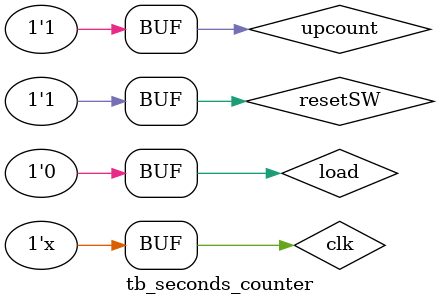
<source format=v>
`timescale 1ns / 1ps

module tb_seconds_counter;
    reg clk, resetSW, load, upcount;
    reg [5:0] data;
    wire [5:0] count_second;
    
    SecondsUpCounter uut(.clk(clk), 
                         .resetSW(resetSW), 
                         .load(load), 
                         .upcount(upcount), 
                         .data(data), 
                         .count_second(count_second));
                         
    always #5 clk = ~clk;
    
    initial begin
    resetSW = 0;
    clk = 0;
    //load = 0;
    //data = 'd39;
    //upcount = 0;
    
    #5 load = 1; upcount = 0;
    #15 resetSW = 1; load = 0; upcount = 1;
    #15 resetSW = 0; load = 1; upcount = 0;
    #15 resetSW = 1; load = 0; upcount = 1;
    end

endmodule

</source>
